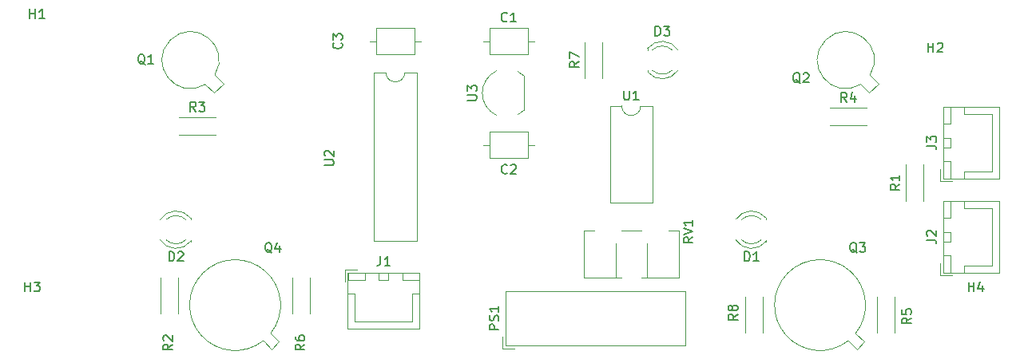
<source format=gto>
%TF.GenerationSoftware,KiCad,Pcbnew,(7.0.0)*%
%TF.CreationDate,2025-05-12T15:52:06+02:00*%
%TF.ProjectId,TP,54502e6b-6963-4616-945f-706362585858,rev?*%
%TF.SameCoordinates,Original*%
%TF.FileFunction,Legend,Top*%
%TF.FilePolarity,Positive*%
%FSLAX46Y46*%
G04 Gerber Fmt 4.6, Leading zero omitted, Abs format (unit mm)*
G04 Created by KiCad (PCBNEW (7.0.0)) date 2025-05-12 15:52:06*
%MOMM*%
%LPD*%
G01*
G04 APERTURE LIST*
%ADD10C,0.150000*%
%ADD11C,0.120000*%
G04 APERTURE END LIST*
D10*
%TO.C,U3*%
X131607380Y-84261904D02*
X132416904Y-84261904D01*
X132416904Y-84261904D02*
X132512142Y-84214285D01*
X132512142Y-84214285D02*
X132559761Y-84166666D01*
X132559761Y-84166666D02*
X132607380Y-84071428D01*
X132607380Y-84071428D02*
X132607380Y-83880952D01*
X132607380Y-83880952D02*
X132559761Y-83785714D01*
X132559761Y-83785714D02*
X132512142Y-83738095D01*
X132512142Y-83738095D02*
X132416904Y-83690476D01*
X132416904Y-83690476D02*
X131607380Y-83690476D01*
X131607380Y-83309523D02*
X131607380Y-82690476D01*
X131607380Y-82690476D02*
X131988333Y-83023809D01*
X131988333Y-83023809D02*
X131988333Y-82880952D01*
X131988333Y-82880952D02*
X132035952Y-82785714D01*
X132035952Y-82785714D02*
X132083571Y-82738095D01*
X132083571Y-82738095D02*
X132178809Y-82690476D01*
X132178809Y-82690476D02*
X132416904Y-82690476D01*
X132416904Y-82690476D02*
X132512142Y-82738095D01*
X132512142Y-82738095D02*
X132559761Y-82785714D01*
X132559761Y-82785714D02*
X132607380Y-82880952D01*
X132607380Y-82880952D02*
X132607380Y-83166666D01*
X132607380Y-83166666D02*
X132559761Y-83261904D01*
X132559761Y-83261904D02*
X132512142Y-83309523D01*
%TO.C,RV1*%
X155517380Y-98795238D02*
X155041190Y-99128571D01*
X155517380Y-99366666D02*
X154517380Y-99366666D01*
X154517380Y-99366666D02*
X154517380Y-98985714D01*
X154517380Y-98985714D02*
X154565000Y-98890476D01*
X154565000Y-98890476D02*
X154612619Y-98842857D01*
X154612619Y-98842857D02*
X154707857Y-98795238D01*
X154707857Y-98795238D02*
X154850714Y-98795238D01*
X154850714Y-98795238D02*
X154945952Y-98842857D01*
X154945952Y-98842857D02*
X154993571Y-98890476D01*
X154993571Y-98890476D02*
X155041190Y-98985714D01*
X155041190Y-98985714D02*
X155041190Y-99366666D01*
X154517380Y-98509523D02*
X155517380Y-98176190D01*
X155517380Y-98176190D02*
X154517380Y-97842857D01*
X155517380Y-96985714D02*
X155517380Y-97557142D01*
X155517380Y-97271428D02*
X154517380Y-97271428D01*
X154517380Y-97271428D02*
X154660238Y-97366666D01*
X154660238Y-97366666D02*
X154755476Y-97461904D01*
X154755476Y-97461904D02*
X154803095Y-97557142D01*
%TO.C,U1*%
X148223095Y-83237380D02*
X148223095Y-84046904D01*
X148223095Y-84046904D02*
X148270714Y-84142142D01*
X148270714Y-84142142D02*
X148318333Y-84189761D01*
X148318333Y-84189761D02*
X148413571Y-84237380D01*
X148413571Y-84237380D02*
X148604047Y-84237380D01*
X148604047Y-84237380D02*
X148699285Y-84189761D01*
X148699285Y-84189761D02*
X148746904Y-84142142D01*
X148746904Y-84142142D02*
X148794523Y-84046904D01*
X148794523Y-84046904D02*
X148794523Y-83237380D01*
X149794523Y-84237380D02*
X149223095Y-84237380D01*
X149508809Y-84237380D02*
X149508809Y-83237380D01*
X149508809Y-83237380D02*
X149413571Y-83380238D01*
X149413571Y-83380238D02*
X149318333Y-83475476D01*
X149318333Y-83475476D02*
X149223095Y-83523095D01*
%TO.C,Q1*%
X97444761Y-80462619D02*
X97349523Y-80415000D01*
X97349523Y-80415000D02*
X97254285Y-80319761D01*
X97254285Y-80319761D02*
X97111428Y-80176904D01*
X97111428Y-80176904D02*
X97016190Y-80129285D01*
X97016190Y-80129285D02*
X96920952Y-80129285D01*
X96968571Y-80367380D02*
X96873333Y-80319761D01*
X96873333Y-80319761D02*
X96778095Y-80224523D01*
X96778095Y-80224523D02*
X96730476Y-80034047D01*
X96730476Y-80034047D02*
X96730476Y-79700714D01*
X96730476Y-79700714D02*
X96778095Y-79510238D01*
X96778095Y-79510238D02*
X96873333Y-79415000D01*
X96873333Y-79415000D02*
X96968571Y-79367380D01*
X96968571Y-79367380D02*
X97159047Y-79367380D01*
X97159047Y-79367380D02*
X97254285Y-79415000D01*
X97254285Y-79415000D02*
X97349523Y-79510238D01*
X97349523Y-79510238D02*
X97397142Y-79700714D01*
X97397142Y-79700714D02*
X97397142Y-80034047D01*
X97397142Y-80034047D02*
X97349523Y-80224523D01*
X97349523Y-80224523D02*
X97254285Y-80319761D01*
X97254285Y-80319761D02*
X97159047Y-80367380D01*
X97159047Y-80367380D02*
X96968571Y-80367380D01*
X98349523Y-80367380D02*
X97778095Y-80367380D01*
X98063809Y-80367380D02*
X98063809Y-79367380D01*
X98063809Y-79367380D02*
X97968571Y-79510238D01*
X97968571Y-79510238D02*
X97873333Y-79605476D01*
X97873333Y-79605476D02*
X97778095Y-79653095D01*
%TO.C,J3*%
X180317380Y-89083333D02*
X181031666Y-89083333D01*
X181031666Y-89083333D02*
X181174523Y-89130952D01*
X181174523Y-89130952D02*
X181269761Y-89226190D01*
X181269761Y-89226190D02*
X181317380Y-89369047D01*
X181317380Y-89369047D02*
X181317380Y-89464285D01*
X180317380Y-88702380D02*
X180317380Y-88083333D01*
X180317380Y-88083333D02*
X180698333Y-88416666D01*
X180698333Y-88416666D02*
X180698333Y-88273809D01*
X180698333Y-88273809D02*
X180745952Y-88178571D01*
X180745952Y-88178571D02*
X180793571Y-88130952D01*
X180793571Y-88130952D02*
X180888809Y-88083333D01*
X180888809Y-88083333D02*
X181126904Y-88083333D01*
X181126904Y-88083333D02*
X181222142Y-88130952D01*
X181222142Y-88130952D02*
X181269761Y-88178571D01*
X181269761Y-88178571D02*
X181317380Y-88273809D01*
X181317380Y-88273809D02*
X181317380Y-88559523D01*
X181317380Y-88559523D02*
X181269761Y-88654761D01*
X181269761Y-88654761D02*
X181222142Y-88702380D01*
%TO.C,R3*%
X102833333Y-85447380D02*
X102500000Y-84971190D01*
X102261905Y-85447380D02*
X102261905Y-84447380D01*
X102261905Y-84447380D02*
X102642857Y-84447380D01*
X102642857Y-84447380D02*
X102738095Y-84495000D01*
X102738095Y-84495000D02*
X102785714Y-84542619D01*
X102785714Y-84542619D02*
X102833333Y-84637857D01*
X102833333Y-84637857D02*
X102833333Y-84780714D01*
X102833333Y-84780714D02*
X102785714Y-84875952D01*
X102785714Y-84875952D02*
X102738095Y-84923571D01*
X102738095Y-84923571D02*
X102642857Y-84971190D01*
X102642857Y-84971190D02*
X102261905Y-84971190D01*
X103166667Y-84447380D02*
X103785714Y-84447380D01*
X103785714Y-84447380D02*
X103452381Y-84828333D01*
X103452381Y-84828333D02*
X103595238Y-84828333D01*
X103595238Y-84828333D02*
X103690476Y-84875952D01*
X103690476Y-84875952D02*
X103738095Y-84923571D01*
X103738095Y-84923571D02*
X103785714Y-85018809D01*
X103785714Y-85018809D02*
X103785714Y-85256904D01*
X103785714Y-85256904D02*
X103738095Y-85352142D01*
X103738095Y-85352142D02*
X103690476Y-85399761D01*
X103690476Y-85399761D02*
X103595238Y-85447380D01*
X103595238Y-85447380D02*
X103309524Y-85447380D01*
X103309524Y-85447380D02*
X103214286Y-85399761D01*
X103214286Y-85399761D02*
X103166667Y-85352142D01*
%TO.C,R8*%
X160267380Y-106966666D02*
X159791190Y-107299999D01*
X160267380Y-107538094D02*
X159267380Y-107538094D01*
X159267380Y-107538094D02*
X159267380Y-107157142D01*
X159267380Y-107157142D02*
X159315000Y-107061904D01*
X159315000Y-107061904D02*
X159362619Y-107014285D01*
X159362619Y-107014285D02*
X159457857Y-106966666D01*
X159457857Y-106966666D02*
X159600714Y-106966666D01*
X159600714Y-106966666D02*
X159695952Y-107014285D01*
X159695952Y-107014285D02*
X159743571Y-107061904D01*
X159743571Y-107061904D02*
X159791190Y-107157142D01*
X159791190Y-107157142D02*
X159791190Y-107538094D01*
X159695952Y-106395237D02*
X159648333Y-106490475D01*
X159648333Y-106490475D02*
X159600714Y-106538094D01*
X159600714Y-106538094D02*
X159505476Y-106585713D01*
X159505476Y-106585713D02*
X159457857Y-106585713D01*
X159457857Y-106585713D02*
X159362619Y-106538094D01*
X159362619Y-106538094D02*
X159315000Y-106490475D01*
X159315000Y-106490475D02*
X159267380Y-106395237D01*
X159267380Y-106395237D02*
X159267380Y-106204761D01*
X159267380Y-106204761D02*
X159315000Y-106109523D01*
X159315000Y-106109523D02*
X159362619Y-106061904D01*
X159362619Y-106061904D02*
X159457857Y-106014285D01*
X159457857Y-106014285D02*
X159505476Y-106014285D01*
X159505476Y-106014285D02*
X159600714Y-106061904D01*
X159600714Y-106061904D02*
X159648333Y-106109523D01*
X159648333Y-106109523D02*
X159695952Y-106204761D01*
X159695952Y-106204761D02*
X159695952Y-106395237D01*
X159695952Y-106395237D02*
X159743571Y-106490475D01*
X159743571Y-106490475D02*
X159791190Y-106538094D01*
X159791190Y-106538094D02*
X159886428Y-106585713D01*
X159886428Y-106585713D02*
X160076904Y-106585713D01*
X160076904Y-106585713D02*
X160172142Y-106538094D01*
X160172142Y-106538094D02*
X160219761Y-106490475D01*
X160219761Y-106490475D02*
X160267380Y-106395237D01*
X160267380Y-106395237D02*
X160267380Y-106204761D01*
X160267380Y-106204761D02*
X160219761Y-106109523D01*
X160219761Y-106109523D02*
X160172142Y-106061904D01*
X160172142Y-106061904D02*
X160076904Y-106014285D01*
X160076904Y-106014285D02*
X159886428Y-106014285D01*
X159886428Y-106014285D02*
X159791190Y-106061904D01*
X159791190Y-106061904D02*
X159743571Y-106109523D01*
X159743571Y-106109523D02*
X159695952Y-106204761D01*
%TO.C,D3*%
X151531905Y-77407380D02*
X151531905Y-76407380D01*
X151531905Y-76407380D02*
X151770000Y-76407380D01*
X151770000Y-76407380D02*
X151912857Y-76455000D01*
X151912857Y-76455000D02*
X152008095Y-76550238D01*
X152008095Y-76550238D02*
X152055714Y-76645476D01*
X152055714Y-76645476D02*
X152103333Y-76835952D01*
X152103333Y-76835952D02*
X152103333Y-76978809D01*
X152103333Y-76978809D02*
X152055714Y-77169285D01*
X152055714Y-77169285D02*
X152008095Y-77264523D01*
X152008095Y-77264523D02*
X151912857Y-77359761D01*
X151912857Y-77359761D02*
X151770000Y-77407380D01*
X151770000Y-77407380D02*
X151531905Y-77407380D01*
X152436667Y-76407380D02*
X153055714Y-76407380D01*
X153055714Y-76407380D02*
X152722381Y-76788333D01*
X152722381Y-76788333D02*
X152865238Y-76788333D01*
X152865238Y-76788333D02*
X152960476Y-76835952D01*
X152960476Y-76835952D02*
X153008095Y-76883571D01*
X153008095Y-76883571D02*
X153055714Y-76978809D01*
X153055714Y-76978809D02*
X153055714Y-77216904D01*
X153055714Y-77216904D02*
X153008095Y-77312142D01*
X153008095Y-77312142D02*
X152960476Y-77359761D01*
X152960476Y-77359761D02*
X152865238Y-77407380D01*
X152865238Y-77407380D02*
X152579524Y-77407380D01*
X152579524Y-77407380D02*
X152484286Y-77359761D01*
X152484286Y-77359761D02*
X152436667Y-77312142D01*
%TO.C,D2*%
X99991905Y-101327380D02*
X99991905Y-100327380D01*
X99991905Y-100327380D02*
X100230000Y-100327380D01*
X100230000Y-100327380D02*
X100372857Y-100375000D01*
X100372857Y-100375000D02*
X100468095Y-100470238D01*
X100468095Y-100470238D02*
X100515714Y-100565476D01*
X100515714Y-100565476D02*
X100563333Y-100755952D01*
X100563333Y-100755952D02*
X100563333Y-100898809D01*
X100563333Y-100898809D02*
X100515714Y-101089285D01*
X100515714Y-101089285D02*
X100468095Y-101184523D01*
X100468095Y-101184523D02*
X100372857Y-101279761D01*
X100372857Y-101279761D02*
X100230000Y-101327380D01*
X100230000Y-101327380D02*
X99991905Y-101327380D01*
X100944286Y-100422619D02*
X100991905Y-100375000D01*
X100991905Y-100375000D02*
X101087143Y-100327380D01*
X101087143Y-100327380D02*
X101325238Y-100327380D01*
X101325238Y-100327380D02*
X101420476Y-100375000D01*
X101420476Y-100375000D02*
X101468095Y-100422619D01*
X101468095Y-100422619D02*
X101515714Y-100517857D01*
X101515714Y-100517857D02*
X101515714Y-100613095D01*
X101515714Y-100613095D02*
X101468095Y-100755952D01*
X101468095Y-100755952D02*
X100896667Y-101327380D01*
X100896667Y-101327380D02*
X101515714Y-101327380D01*
%TO.C,Q2*%
X166904761Y-82462619D02*
X166809523Y-82415000D01*
X166809523Y-82415000D02*
X166714285Y-82319761D01*
X166714285Y-82319761D02*
X166571428Y-82176904D01*
X166571428Y-82176904D02*
X166476190Y-82129285D01*
X166476190Y-82129285D02*
X166380952Y-82129285D01*
X166428571Y-82367380D02*
X166333333Y-82319761D01*
X166333333Y-82319761D02*
X166238095Y-82224523D01*
X166238095Y-82224523D02*
X166190476Y-82034047D01*
X166190476Y-82034047D02*
X166190476Y-81700714D01*
X166190476Y-81700714D02*
X166238095Y-81510238D01*
X166238095Y-81510238D02*
X166333333Y-81415000D01*
X166333333Y-81415000D02*
X166428571Y-81367380D01*
X166428571Y-81367380D02*
X166619047Y-81367380D01*
X166619047Y-81367380D02*
X166714285Y-81415000D01*
X166714285Y-81415000D02*
X166809523Y-81510238D01*
X166809523Y-81510238D02*
X166857142Y-81700714D01*
X166857142Y-81700714D02*
X166857142Y-82034047D01*
X166857142Y-82034047D02*
X166809523Y-82224523D01*
X166809523Y-82224523D02*
X166714285Y-82319761D01*
X166714285Y-82319761D02*
X166619047Y-82367380D01*
X166619047Y-82367380D02*
X166428571Y-82367380D01*
X167238095Y-81462619D02*
X167285714Y-81415000D01*
X167285714Y-81415000D02*
X167380952Y-81367380D01*
X167380952Y-81367380D02*
X167619047Y-81367380D01*
X167619047Y-81367380D02*
X167714285Y-81415000D01*
X167714285Y-81415000D02*
X167761904Y-81462619D01*
X167761904Y-81462619D02*
X167809523Y-81557857D01*
X167809523Y-81557857D02*
X167809523Y-81653095D01*
X167809523Y-81653095D02*
X167761904Y-81795952D01*
X167761904Y-81795952D02*
X167190476Y-82367380D01*
X167190476Y-82367380D02*
X167809523Y-82367380D01*
%TO.C,R4*%
X171833333Y-84447380D02*
X171500000Y-83971190D01*
X171261905Y-84447380D02*
X171261905Y-83447380D01*
X171261905Y-83447380D02*
X171642857Y-83447380D01*
X171642857Y-83447380D02*
X171738095Y-83495000D01*
X171738095Y-83495000D02*
X171785714Y-83542619D01*
X171785714Y-83542619D02*
X171833333Y-83637857D01*
X171833333Y-83637857D02*
X171833333Y-83780714D01*
X171833333Y-83780714D02*
X171785714Y-83875952D01*
X171785714Y-83875952D02*
X171738095Y-83923571D01*
X171738095Y-83923571D02*
X171642857Y-83971190D01*
X171642857Y-83971190D02*
X171261905Y-83971190D01*
X172690476Y-83780714D02*
X172690476Y-84447380D01*
X172452381Y-83399761D02*
X172214286Y-84114047D01*
X172214286Y-84114047D02*
X172833333Y-84114047D01*
%TO.C,C3*%
X118272142Y-78166666D02*
X118319761Y-78214285D01*
X118319761Y-78214285D02*
X118367380Y-78357142D01*
X118367380Y-78357142D02*
X118367380Y-78452380D01*
X118367380Y-78452380D02*
X118319761Y-78595237D01*
X118319761Y-78595237D02*
X118224523Y-78690475D01*
X118224523Y-78690475D02*
X118129285Y-78738094D01*
X118129285Y-78738094D02*
X117938809Y-78785713D01*
X117938809Y-78785713D02*
X117795952Y-78785713D01*
X117795952Y-78785713D02*
X117605476Y-78738094D01*
X117605476Y-78738094D02*
X117510238Y-78690475D01*
X117510238Y-78690475D02*
X117415000Y-78595237D01*
X117415000Y-78595237D02*
X117367380Y-78452380D01*
X117367380Y-78452380D02*
X117367380Y-78357142D01*
X117367380Y-78357142D02*
X117415000Y-78214285D01*
X117415000Y-78214285D02*
X117462619Y-78166666D01*
X117367380Y-77833332D02*
X117367380Y-77214285D01*
X117367380Y-77214285D02*
X117748333Y-77547618D01*
X117748333Y-77547618D02*
X117748333Y-77404761D01*
X117748333Y-77404761D02*
X117795952Y-77309523D01*
X117795952Y-77309523D02*
X117843571Y-77261904D01*
X117843571Y-77261904D02*
X117938809Y-77214285D01*
X117938809Y-77214285D02*
X118176904Y-77214285D01*
X118176904Y-77214285D02*
X118272142Y-77261904D01*
X118272142Y-77261904D02*
X118319761Y-77309523D01*
X118319761Y-77309523D02*
X118367380Y-77404761D01*
X118367380Y-77404761D02*
X118367380Y-77690475D01*
X118367380Y-77690475D02*
X118319761Y-77785713D01*
X118319761Y-77785713D02*
X118272142Y-77833332D01*
%TO.C,H1*%
X85238095Y-75567380D02*
X85238095Y-74567380D01*
X85238095Y-75043571D02*
X85809523Y-75043571D01*
X85809523Y-75567380D02*
X85809523Y-74567380D01*
X86809523Y-75567380D02*
X86238095Y-75567380D01*
X86523809Y-75567380D02*
X86523809Y-74567380D01*
X86523809Y-74567380D02*
X86428571Y-74710238D01*
X86428571Y-74710238D02*
X86333333Y-74805476D01*
X86333333Y-74805476D02*
X86238095Y-74853095D01*
%TO.C,R2*%
X100367380Y-110166666D02*
X99891190Y-110499999D01*
X100367380Y-110738094D02*
X99367380Y-110738094D01*
X99367380Y-110738094D02*
X99367380Y-110357142D01*
X99367380Y-110357142D02*
X99415000Y-110261904D01*
X99415000Y-110261904D02*
X99462619Y-110214285D01*
X99462619Y-110214285D02*
X99557857Y-110166666D01*
X99557857Y-110166666D02*
X99700714Y-110166666D01*
X99700714Y-110166666D02*
X99795952Y-110214285D01*
X99795952Y-110214285D02*
X99843571Y-110261904D01*
X99843571Y-110261904D02*
X99891190Y-110357142D01*
X99891190Y-110357142D02*
X99891190Y-110738094D01*
X99462619Y-109785713D02*
X99415000Y-109738094D01*
X99415000Y-109738094D02*
X99367380Y-109642856D01*
X99367380Y-109642856D02*
X99367380Y-109404761D01*
X99367380Y-109404761D02*
X99415000Y-109309523D01*
X99415000Y-109309523D02*
X99462619Y-109261904D01*
X99462619Y-109261904D02*
X99557857Y-109214285D01*
X99557857Y-109214285D02*
X99653095Y-109214285D01*
X99653095Y-109214285D02*
X99795952Y-109261904D01*
X99795952Y-109261904D02*
X100367380Y-109833332D01*
X100367380Y-109833332D02*
X100367380Y-109214285D01*
%TO.C,U2*%
X116467380Y-91161904D02*
X117276904Y-91161904D01*
X117276904Y-91161904D02*
X117372142Y-91114285D01*
X117372142Y-91114285D02*
X117419761Y-91066666D01*
X117419761Y-91066666D02*
X117467380Y-90971428D01*
X117467380Y-90971428D02*
X117467380Y-90780952D01*
X117467380Y-90780952D02*
X117419761Y-90685714D01*
X117419761Y-90685714D02*
X117372142Y-90638095D01*
X117372142Y-90638095D02*
X117276904Y-90590476D01*
X117276904Y-90590476D02*
X116467380Y-90590476D01*
X116562619Y-90161904D02*
X116515000Y-90114285D01*
X116515000Y-90114285D02*
X116467380Y-90019047D01*
X116467380Y-90019047D02*
X116467380Y-89780952D01*
X116467380Y-89780952D02*
X116515000Y-89685714D01*
X116515000Y-89685714D02*
X116562619Y-89638095D01*
X116562619Y-89638095D02*
X116657857Y-89590476D01*
X116657857Y-89590476D02*
X116753095Y-89590476D01*
X116753095Y-89590476D02*
X116895952Y-89638095D01*
X116895952Y-89638095D02*
X117467380Y-90209523D01*
X117467380Y-90209523D02*
X117467380Y-89590476D01*
%TO.C,C2*%
X135833333Y-91972142D02*
X135785714Y-92019761D01*
X135785714Y-92019761D02*
X135642857Y-92067380D01*
X135642857Y-92067380D02*
X135547619Y-92067380D01*
X135547619Y-92067380D02*
X135404762Y-92019761D01*
X135404762Y-92019761D02*
X135309524Y-91924523D01*
X135309524Y-91924523D02*
X135261905Y-91829285D01*
X135261905Y-91829285D02*
X135214286Y-91638809D01*
X135214286Y-91638809D02*
X135214286Y-91495952D01*
X135214286Y-91495952D02*
X135261905Y-91305476D01*
X135261905Y-91305476D02*
X135309524Y-91210238D01*
X135309524Y-91210238D02*
X135404762Y-91115000D01*
X135404762Y-91115000D02*
X135547619Y-91067380D01*
X135547619Y-91067380D02*
X135642857Y-91067380D01*
X135642857Y-91067380D02*
X135785714Y-91115000D01*
X135785714Y-91115000D02*
X135833333Y-91162619D01*
X136214286Y-91162619D02*
X136261905Y-91115000D01*
X136261905Y-91115000D02*
X136357143Y-91067380D01*
X136357143Y-91067380D02*
X136595238Y-91067380D01*
X136595238Y-91067380D02*
X136690476Y-91115000D01*
X136690476Y-91115000D02*
X136738095Y-91162619D01*
X136738095Y-91162619D02*
X136785714Y-91257857D01*
X136785714Y-91257857D02*
X136785714Y-91353095D01*
X136785714Y-91353095D02*
X136738095Y-91495952D01*
X136738095Y-91495952D02*
X136166667Y-92067380D01*
X136166667Y-92067380D02*
X136785714Y-92067380D01*
%TO.C,J2*%
X180317380Y-99083333D02*
X181031666Y-99083333D01*
X181031666Y-99083333D02*
X181174523Y-99130952D01*
X181174523Y-99130952D02*
X181269761Y-99226190D01*
X181269761Y-99226190D02*
X181317380Y-99369047D01*
X181317380Y-99369047D02*
X181317380Y-99464285D01*
X180412619Y-98654761D02*
X180365000Y-98607142D01*
X180365000Y-98607142D02*
X180317380Y-98511904D01*
X180317380Y-98511904D02*
X180317380Y-98273809D01*
X180317380Y-98273809D02*
X180365000Y-98178571D01*
X180365000Y-98178571D02*
X180412619Y-98130952D01*
X180412619Y-98130952D02*
X180507857Y-98083333D01*
X180507857Y-98083333D02*
X180603095Y-98083333D01*
X180603095Y-98083333D02*
X180745952Y-98130952D01*
X180745952Y-98130952D02*
X181317380Y-98702380D01*
X181317380Y-98702380D02*
X181317380Y-98083333D01*
%TO.C,R1*%
X177447380Y-93166666D02*
X176971190Y-93499999D01*
X177447380Y-93738094D02*
X176447380Y-93738094D01*
X176447380Y-93738094D02*
X176447380Y-93357142D01*
X176447380Y-93357142D02*
X176495000Y-93261904D01*
X176495000Y-93261904D02*
X176542619Y-93214285D01*
X176542619Y-93214285D02*
X176637857Y-93166666D01*
X176637857Y-93166666D02*
X176780714Y-93166666D01*
X176780714Y-93166666D02*
X176875952Y-93214285D01*
X176875952Y-93214285D02*
X176923571Y-93261904D01*
X176923571Y-93261904D02*
X176971190Y-93357142D01*
X176971190Y-93357142D02*
X176971190Y-93738094D01*
X177447380Y-92214285D02*
X177447380Y-92785713D01*
X177447380Y-92499999D02*
X176447380Y-92499999D01*
X176447380Y-92499999D02*
X176590238Y-92595237D01*
X176590238Y-92595237D02*
X176685476Y-92690475D01*
X176685476Y-92690475D02*
X176733095Y-92785713D01*
%TO.C,Q3*%
X172904761Y-100462619D02*
X172809523Y-100415000D01*
X172809523Y-100415000D02*
X172714285Y-100319761D01*
X172714285Y-100319761D02*
X172571428Y-100176904D01*
X172571428Y-100176904D02*
X172476190Y-100129285D01*
X172476190Y-100129285D02*
X172380952Y-100129285D01*
X172428571Y-100367380D02*
X172333333Y-100319761D01*
X172333333Y-100319761D02*
X172238095Y-100224523D01*
X172238095Y-100224523D02*
X172190476Y-100034047D01*
X172190476Y-100034047D02*
X172190476Y-99700714D01*
X172190476Y-99700714D02*
X172238095Y-99510238D01*
X172238095Y-99510238D02*
X172333333Y-99415000D01*
X172333333Y-99415000D02*
X172428571Y-99367380D01*
X172428571Y-99367380D02*
X172619047Y-99367380D01*
X172619047Y-99367380D02*
X172714285Y-99415000D01*
X172714285Y-99415000D02*
X172809523Y-99510238D01*
X172809523Y-99510238D02*
X172857142Y-99700714D01*
X172857142Y-99700714D02*
X172857142Y-100034047D01*
X172857142Y-100034047D02*
X172809523Y-100224523D01*
X172809523Y-100224523D02*
X172714285Y-100319761D01*
X172714285Y-100319761D02*
X172619047Y-100367380D01*
X172619047Y-100367380D02*
X172428571Y-100367380D01*
X173190476Y-99367380D02*
X173809523Y-99367380D01*
X173809523Y-99367380D02*
X173476190Y-99748333D01*
X173476190Y-99748333D02*
X173619047Y-99748333D01*
X173619047Y-99748333D02*
X173714285Y-99795952D01*
X173714285Y-99795952D02*
X173761904Y-99843571D01*
X173761904Y-99843571D02*
X173809523Y-99938809D01*
X173809523Y-99938809D02*
X173809523Y-100176904D01*
X173809523Y-100176904D02*
X173761904Y-100272142D01*
X173761904Y-100272142D02*
X173714285Y-100319761D01*
X173714285Y-100319761D02*
X173619047Y-100367380D01*
X173619047Y-100367380D02*
X173333333Y-100367380D01*
X173333333Y-100367380D02*
X173238095Y-100319761D01*
X173238095Y-100319761D02*
X173190476Y-100272142D01*
%TO.C,Q4*%
X110904761Y-100462619D02*
X110809523Y-100415000D01*
X110809523Y-100415000D02*
X110714285Y-100319761D01*
X110714285Y-100319761D02*
X110571428Y-100176904D01*
X110571428Y-100176904D02*
X110476190Y-100129285D01*
X110476190Y-100129285D02*
X110380952Y-100129285D01*
X110428571Y-100367380D02*
X110333333Y-100319761D01*
X110333333Y-100319761D02*
X110238095Y-100224523D01*
X110238095Y-100224523D02*
X110190476Y-100034047D01*
X110190476Y-100034047D02*
X110190476Y-99700714D01*
X110190476Y-99700714D02*
X110238095Y-99510238D01*
X110238095Y-99510238D02*
X110333333Y-99415000D01*
X110333333Y-99415000D02*
X110428571Y-99367380D01*
X110428571Y-99367380D02*
X110619047Y-99367380D01*
X110619047Y-99367380D02*
X110714285Y-99415000D01*
X110714285Y-99415000D02*
X110809523Y-99510238D01*
X110809523Y-99510238D02*
X110857142Y-99700714D01*
X110857142Y-99700714D02*
X110857142Y-100034047D01*
X110857142Y-100034047D02*
X110809523Y-100224523D01*
X110809523Y-100224523D02*
X110714285Y-100319761D01*
X110714285Y-100319761D02*
X110619047Y-100367380D01*
X110619047Y-100367380D02*
X110428571Y-100367380D01*
X111714285Y-99700714D02*
X111714285Y-100367380D01*
X111476190Y-99319761D02*
X111238095Y-100034047D01*
X111238095Y-100034047D02*
X111857142Y-100034047D01*
%TO.C,H2*%
X180438095Y-79167380D02*
X180438095Y-78167380D01*
X180438095Y-78643571D02*
X181009523Y-78643571D01*
X181009523Y-79167380D02*
X181009523Y-78167380D01*
X181438095Y-78262619D02*
X181485714Y-78215000D01*
X181485714Y-78215000D02*
X181580952Y-78167380D01*
X181580952Y-78167380D02*
X181819047Y-78167380D01*
X181819047Y-78167380D02*
X181914285Y-78215000D01*
X181914285Y-78215000D02*
X181961904Y-78262619D01*
X181961904Y-78262619D02*
X182009523Y-78357857D01*
X182009523Y-78357857D02*
X182009523Y-78453095D01*
X182009523Y-78453095D02*
X181961904Y-78595952D01*
X181961904Y-78595952D02*
X181390476Y-79167380D01*
X181390476Y-79167380D02*
X182009523Y-79167380D01*
%TO.C,R6*%
X114367380Y-110166666D02*
X113891190Y-110499999D01*
X114367380Y-110738094D02*
X113367380Y-110738094D01*
X113367380Y-110738094D02*
X113367380Y-110357142D01*
X113367380Y-110357142D02*
X113415000Y-110261904D01*
X113415000Y-110261904D02*
X113462619Y-110214285D01*
X113462619Y-110214285D02*
X113557857Y-110166666D01*
X113557857Y-110166666D02*
X113700714Y-110166666D01*
X113700714Y-110166666D02*
X113795952Y-110214285D01*
X113795952Y-110214285D02*
X113843571Y-110261904D01*
X113843571Y-110261904D02*
X113891190Y-110357142D01*
X113891190Y-110357142D02*
X113891190Y-110738094D01*
X113367380Y-109309523D02*
X113367380Y-109499999D01*
X113367380Y-109499999D02*
X113415000Y-109595237D01*
X113415000Y-109595237D02*
X113462619Y-109642856D01*
X113462619Y-109642856D02*
X113605476Y-109738094D01*
X113605476Y-109738094D02*
X113795952Y-109785713D01*
X113795952Y-109785713D02*
X114176904Y-109785713D01*
X114176904Y-109785713D02*
X114272142Y-109738094D01*
X114272142Y-109738094D02*
X114319761Y-109690475D01*
X114319761Y-109690475D02*
X114367380Y-109595237D01*
X114367380Y-109595237D02*
X114367380Y-109404761D01*
X114367380Y-109404761D02*
X114319761Y-109309523D01*
X114319761Y-109309523D02*
X114272142Y-109261904D01*
X114272142Y-109261904D02*
X114176904Y-109214285D01*
X114176904Y-109214285D02*
X113938809Y-109214285D01*
X113938809Y-109214285D02*
X113843571Y-109261904D01*
X113843571Y-109261904D02*
X113795952Y-109309523D01*
X113795952Y-109309523D02*
X113748333Y-109404761D01*
X113748333Y-109404761D02*
X113748333Y-109595237D01*
X113748333Y-109595237D02*
X113795952Y-109690475D01*
X113795952Y-109690475D02*
X113843571Y-109738094D01*
X113843571Y-109738094D02*
X113938809Y-109785713D01*
%TO.C,H3*%
X84738095Y-104567380D02*
X84738095Y-103567380D01*
X84738095Y-104043571D02*
X85309523Y-104043571D01*
X85309523Y-104567380D02*
X85309523Y-103567380D01*
X85690476Y-103567380D02*
X86309523Y-103567380D01*
X86309523Y-103567380D02*
X85976190Y-103948333D01*
X85976190Y-103948333D02*
X86119047Y-103948333D01*
X86119047Y-103948333D02*
X86214285Y-103995952D01*
X86214285Y-103995952D02*
X86261904Y-104043571D01*
X86261904Y-104043571D02*
X86309523Y-104138809D01*
X86309523Y-104138809D02*
X86309523Y-104376904D01*
X86309523Y-104376904D02*
X86261904Y-104472142D01*
X86261904Y-104472142D02*
X86214285Y-104519761D01*
X86214285Y-104519761D02*
X86119047Y-104567380D01*
X86119047Y-104567380D02*
X85833333Y-104567380D01*
X85833333Y-104567380D02*
X85738095Y-104519761D01*
X85738095Y-104519761D02*
X85690476Y-104472142D01*
%TO.C,J1*%
X122416666Y-100817380D02*
X122416666Y-101531666D01*
X122416666Y-101531666D02*
X122369047Y-101674523D01*
X122369047Y-101674523D02*
X122273809Y-101769761D01*
X122273809Y-101769761D02*
X122130952Y-101817380D01*
X122130952Y-101817380D02*
X122035714Y-101817380D01*
X123416666Y-101817380D02*
X122845238Y-101817380D01*
X123130952Y-101817380D02*
X123130952Y-100817380D01*
X123130952Y-100817380D02*
X123035714Y-100960238D01*
X123035714Y-100960238D02*
X122940476Y-101055476D01*
X122940476Y-101055476D02*
X122845238Y-101103095D01*
%TO.C,R5*%
X178667380Y-107366666D02*
X178191190Y-107699999D01*
X178667380Y-107938094D02*
X177667380Y-107938094D01*
X177667380Y-107938094D02*
X177667380Y-107557142D01*
X177667380Y-107557142D02*
X177715000Y-107461904D01*
X177715000Y-107461904D02*
X177762619Y-107414285D01*
X177762619Y-107414285D02*
X177857857Y-107366666D01*
X177857857Y-107366666D02*
X178000714Y-107366666D01*
X178000714Y-107366666D02*
X178095952Y-107414285D01*
X178095952Y-107414285D02*
X178143571Y-107461904D01*
X178143571Y-107461904D02*
X178191190Y-107557142D01*
X178191190Y-107557142D02*
X178191190Y-107938094D01*
X177667380Y-106461904D02*
X177667380Y-106938094D01*
X177667380Y-106938094D02*
X178143571Y-106985713D01*
X178143571Y-106985713D02*
X178095952Y-106938094D01*
X178095952Y-106938094D02*
X178048333Y-106842856D01*
X178048333Y-106842856D02*
X178048333Y-106604761D01*
X178048333Y-106604761D02*
X178095952Y-106509523D01*
X178095952Y-106509523D02*
X178143571Y-106461904D01*
X178143571Y-106461904D02*
X178238809Y-106414285D01*
X178238809Y-106414285D02*
X178476904Y-106414285D01*
X178476904Y-106414285D02*
X178572142Y-106461904D01*
X178572142Y-106461904D02*
X178619761Y-106509523D01*
X178619761Y-106509523D02*
X178667380Y-106604761D01*
X178667380Y-106604761D02*
X178667380Y-106842856D01*
X178667380Y-106842856D02*
X178619761Y-106938094D01*
X178619761Y-106938094D02*
X178572142Y-106985713D01*
%TO.C,PS1*%
X134937380Y-108604285D02*
X133937380Y-108604285D01*
X133937380Y-108604285D02*
X133937380Y-108223333D01*
X133937380Y-108223333D02*
X133985000Y-108128095D01*
X133985000Y-108128095D02*
X134032619Y-108080476D01*
X134032619Y-108080476D02*
X134127857Y-108032857D01*
X134127857Y-108032857D02*
X134270714Y-108032857D01*
X134270714Y-108032857D02*
X134365952Y-108080476D01*
X134365952Y-108080476D02*
X134413571Y-108128095D01*
X134413571Y-108128095D02*
X134461190Y-108223333D01*
X134461190Y-108223333D02*
X134461190Y-108604285D01*
X134889761Y-107651904D02*
X134937380Y-107509047D01*
X134937380Y-107509047D02*
X134937380Y-107270952D01*
X134937380Y-107270952D02*
X134889761Y-107175714D01*
X134889761Y-107175714D02*
X134842142Y-107128095D01*
X134842142Y-107128095D02*
X134746904Y-107080476D01*
X134746904Y-107080476D02*
X134651666Y-107080476D01*
X134651666Y-107080476D02*
X134556428Y-107128095D01*
X134556428Y-107128095D02*
X134508809Y-107175714D01*
X134508809Y-107175714D02*
X134461190Y-107270952D01*
X134461190Y-107270952D02*
X134413571Y-107461428D01*
X134413571Y-107461428D02*
X134365952Y-107556666D01*
X134365952Y-107556666D02*
X134318333Y-107604285D01*
X134318333Y-107604285D02*
X134223095Y-107651904D01*
X134223095Y-107651904D02*
X134127857Y-107651904D01*
X134127857Y-107651904D02*
X134032619Y-107604285D01*
X134032619Y-107604285D02*
X133985000Y-107556666D01*
X133985000Y-107556666D02*
X133937380Y-107461428D01*
X133937380Y-107461428D02*
X133937380Y-107223333D01*
X133937380Y-107223333D02*
X133985000Y-107080476D01*
X134937380Y-106128095D02*
X134937380Y-106699523D01*
X134937380Y-106413809D02*
X133937380Y-106413809D01*
X133937380Y-106413809D02*
X134080238Y-106509047D01*
X134080238Y-106509047D02*
X134175476Y-106604285D01*
X134175476Y-106604285D02*
X134223095Y-106699523D01*
%TO.C,C1*%
X135833333Y-75852142D02*
X135785714Y-75899761D01*
X135785714Y-75899761D02*
X135642857Y-75947380D01*
X135642857Y-75947380D02*
X135547619Y-75947380D01*
X135547619Y-75947380D02*
X135404762Y-75899761D01*
X135404762Y-75899761D02*
X135309524Y-75804523D01*
X135309524Y-75804523D02*
X135261905Y-75709285D01*
X135261905Y-75709285D02*
X135214286Y-75518809D01*
X135214286Y-75518809D02*
X135214286Y-75375952D01*
X135214286Y-75375952D02*
X135261905Y-75185476D01*
X135261905Y-75185476D02*
X135309524Y-75090238D01*
X135309524Y-75090238D02*
X135404762Y-74995000D01*
X135404762Y-74995000D02*
X135547619Y-74947380D01*
X135547619Y-74947380D02*
X135642857Y-74947380D01*
X135642857Y-74947380D02*
X135785714Y-74995000D01*
X135785714Y-74995000D02*
X135833333Y-75042619D01*
X136785714Y-75947380D02*
X136214286Y-75947380D01*
X136500000Y-75947380D02*
X136500000Y-74947380D01*
X136500000Y-74947380D02*
X136404762Y-75090238D01*
X136404762Y-75090238D02*
X136309524Y-75185476D01*
X136309524Y-75185476D02*
X136214286Y-75233095D01*
%TO.C,R7*%
X143447380Y-80166666D02*
X142971190Y-80499999D01*
X143447380Y-80738094D02*
X142447380Y-80738094D01*
X142447380Y-80738094D02*
X142447380Y-80357142D01*
X142447380Y-80357142D02*
X142495000Y-80261904D01*
X142495000Y-80261904D02*
X142542619Y-80214285D01*
X142542619Y-80214285D02*
X142637857Y-80166666D01*
X142637857Y-80166666D02*
X142780714Y-80166666D01*
X142780714Y-80166666D02*
X142875952Y-80214285D01*
X142875952Y-80214285D02*
X142923571Y-80261904D01*
X142923571Y-80261904D02*
X142971190Y-80357142D01*
X142971190Y-80357142D02*
X142971190Y-80738094D01*
X142447380Y-79833332D02*
X142447380Y-79166666D01*
X142447380Y-79166666D02*
X143447380Y-79595237D01*
%TO.C,H4*%
X184738095Y-104567380D02*
X184738095Y-103567380D01*
X184738095Y-104043571D02*
X185309523Y-104043571D01*
X185309523Y-104567380D02*
X185309523Y-103567380D01*
X186214285Y-103900714D02*
X186214285Y-104567380D01*
X185976190Y-103519761D02*
X185738095Y-104234047D01*
X185738095Y-104234047D02*
X186357142Y-104234047D01*
%TO.C,D1*%
X160991905Y-101327380D02*
X160991905Y-100327380D01*
X160991905Y-100327380D02*
X161230000Y-100327380D01*
X161230000Y-100327380D02*
X161372857Y-100375000D01*
X161372857Y-100375000D02*
X161468095Y-100470238D01*
X161468095Y-100470238D02*
X161515714Y-100565476D01*
X161515714Y-100565476D02*
X161563333Y-100755952D01*
X161563333Y-100755952D02*
X161563333Y-100898809D01*
X161563333Y-100898809D02*
X161515714Y-101089285D01*
X161515714Y-101089285D02*
X161468095Y-101184523D01*
X161468095Y-101184523D02*
X161372857Y-101279761D01*
X161372857Y-101279761D02*
X161230000Y-101327380D01*
X161230000Y-101327380D02*
X160991905Y-101327380D01*
X162515714Y-101327380D02*
X161944286Y-101327380D01*
X162230000Y-101327380D02*
X162230000Y-100327380D01*
X162230000Y-100327380D02*
X162134762Y-100470238D01*
X162134762Y-100470238D02*
X162039524Y-100565476D01*
X162039524Y-100565476D02*
X161944286Y-100613095D01*
D11*
%TO.C,U3*%
X137650000Y-85300000D02*
X137650000Y-81700000D01*
X134701193Y-81143600D02*
G75*
G03*
X133200000Y-83500000I1098807J-2356400D01*
G01*
X133200001Y-83500000D02*
G75*
G03*
X134701193Y-85856399I2599999J0D01*
G01*
X136922795Y-85824183D02*
G75*
G03*
X137649999Y-85299999I-1122795J2324183D01*
G01*
X137649999Y-81700001D02*
G75*
G03*
X136922795Y-81175817I-1849999J-1799999D01*
G01*
%TO.C,RV1*%
X154021000Y-98079000D02*
X152926000Y-98079000D01*
X154021000Y-98079000D02*
X154021000Y-103120000D01*
X150074000Y-98079000D02*
X147925000Y-98079000D01*
X150074000Y-98079000D02*
X147925000Y-98079000D01*
X145075000Y-98079000D02*
X143980000Y-98079000D01*
X143980000Y-98079000D02*
X143980000Y-103120000D01*
X150620000Y-99437000D02*
X150620000Y-103120000D01*
X147380000Y-99437000D02*
X147380000Y-103120000D01*
X154021000Y-103120000D02*
X150072000Y-103120000D01*
X150620000Y-103120000D02*
X150072000Y-103120000D01*
X147927000Y-103120000D02*
X147380000Y-103120000D01*
X147927000Y-103120000D02*
X143980000Y-103120000D01*
%TO.C,U1*%
X146735000Y-84870000D02*
X146735000Y-95150000D01*
X146735000Y-95150000D02*
X151235000Y-95150000D01*
X147985000Y-84870000D02*
X146735000Y-84870000D01*
X151235000Y-84870000D02*
X149985000Y-84870000D01*
X151235000Y-95150000D02*
X151235000Y-84870000D01*
X147985000Y-84870000D02*
G75*
G03*
X149985000Y-84870000I1000000J0D01*
G01*
%TO.C,Q1*%
X105754448Y-82494499D02*
X104842281Y-81582331D01*
X104764499Y-83484448D02*
X105754448Y-82494499D01*
X103852331Y-82572281D02*
X104764499Y-83484448D01*
X104842150Y-81582544D02*
G75*
G03*
X103852331Y-82572281I-2572150J1582544D01*
G01*
%TO.C,J3*%
X181750000Y-92850000D02*
X183000000Y-92850000D01*
X182040000Y-92560000D02*
X188010000Y-92560000D01*
X188010000Y-92560000D02*
X188010000Y-84940000D01*
X182050000Y-92550000D02*
X182800000Y-92550000D01*
X182800000Y-92550000D02*
X182800000Y-90750000D01*
X184300000Y-92550000D02*
X184300000Y-91800000D01*
X184300000Y-91800000D02*
X187250000Y-91800000D01*
X187250000Y-91800000D02*
X187250000Y-88750000D01*
X181750000Y-91600000D02*
X181750000Y-92850000D01*
X182050000Y-90750000D02*
X182050000Y-92550000D01*
X182800000Y-90750000D02*
X182050000Y-90750000D01*
X182050000Y-89250000D02*
X182800000Y-89250000D01*
X182800000Y-89250000D02*
X182800000Y-88250000D01*
X182050000Y-88250000D02*
X182050000Y-89250000D01*
X182800000Y-88250000D02*
X182050000Y-88250000D01*
X182050000Y-86750000D02*
X182800000Y-86750000D01*
X182800000Y-86750000D02*
X182800000Y-84950000D01*
X184300000Y-85700000D02*
X187250000Y-85700000D01*
X187250000Y-85700000D02*
X187250000Y-88750000D01*
X182050000Y-84950000D02*
X182050000Y-86750000D01*
X182800000Y-84950000D02*
X182050000Y-84950000D01*
X184300000Y-84950000D02*
X184300000Y-85700000D01*
X182040000Y-84940000D02*
X182040000Y-92560000D01*
X188010000Y-84940000D02*
X182040000Y-84940000D01*
%TO.C,R3*%
X101080000Y-86080000D02*
X104920000Y-86080000D01*
X101080000Y-87920000D02*
X104920000Y-87920000D01*
%TO.C,R8*%
X162920000Y-105080000D02*
X162920000Y-108920000D01*
X161080000Y-105080000D02*
X161080000Y-108920000D01*
%TO.C,D3*%
X150710000Y-78764000D02*
X150710000Y-78920000D01*
X150710000Y-81080000D02*
X150710000Y-81236000D01*
X153942334Y-78921392D02*
G75*
G03*
X150710001Y-78764485I-1672334J-1078608D01*
G01*
X153311129Y-78920164D02*
G75*
G03*
X151229040Y-78920001I-1041129J-1079836D01*
G01*
X151229040Y-81079999D02*
G75*
G03*
X153311129Y-81079836I1040960J1079999D01*
G01*
X150710001Y-81235515D02*
G75*
G03*
X153942334Y-81078608I1559999J1235515D01*
G01*
%TO.C,D2*%
X102290000Y-99236000D02*
X102290000Y-99080000D01*
X102290000Y-96920000D02*
X102290000Y-96764000D01*
X99057666Y-99078608D02*
G75*
G03*
X102289999Y-99235515I1672334J1078608D01*
G01*
X99688871Y-99079836D02*
G75*
G03*
X101770960Y-99079999I1041129J1079836D01*
G01*
X101770960Y-96920001D02*
G75*
G03*
X99688871Y-96920164I-1040960J-1079999D01*
G01*
X102289999Y-96764485D02*
G75*
G03*
X99057666Y-96921392I-1559999J-1235515D01*
G01*
%TO.C,Q2*%
X175214448Y-82494499D02*
X174302281Y-81582331D01*
X174224499Y-83484448D02*
X175214448Y-82494499D01*
X173312331Y-82572281D02*
X174224499Y-83484448D01*
X174302150Y-81582544D02*
G75*
G03*
X173312331Y-82572281I-2572150J1582544D01*
G01*
%TO.C,R4*%
X170080000Y-85080000D02*
X173920000Y-85080000D01*
X170080000Y-86920000D02*
X173920000Y-86920000D01*
%TO.C,C3*%
X126710000Y-78000000D02*
X126020000Y-78000000D01*
X126020000Y-79420000D02*
X126020000Y-76580000D01*
X126020000Y-76580000D02*
X121980000Y-76580000D01*
X121980000Y-79420000D02*
X126020000Y-79420000D01*
X121980000Y-76580000D02*
X121980000Y-79420000D01*
X121290000Y-78000000D02*
X121980000Y-78000000D01*
%TO.C,R2*%
X99080000Y-106920000D02*
X99080000Y-103080000D01*
X100920000Y-106920000D02*
X100920000Y-103080000D01*
%TO.C,U2*%
X121735000Y-81305000D02*
X121735000Y-99205000D01*
X121735000Y-99205000D02*
X126235000Y-99205000D01*
X122985000Y-81305000D02*
X121735000Y-81305000D01*
X126235000Y-81305000D02*
X124985000Y-81305000D01*
X126235000Y-99205000D02*
X126235000Y-81305000D01*
X122985000Y-81305000D02*
G75*
G03*
X124985000Y-81305000I1000000J0D01*
G01*
%TO.C,C2*%
X133290000Y-89000000D02*
X133980000Y-89000000D01*
X133980000Y-87580000D02*
X133980000Y-90420000D01*
X133980000Y-90420000D02*
X138020000Y-90420000D01*
X138020000Y-87580000D02*
X133980000Y-87580000D01*
X138020000Y-90420000D02*
X138020000Y-87580000D01*
X138710000Y-89000000D02*
X138020000Y-89000000D01*
%TO.C,J2*%
X181750000Y-102850000D02*
X183000000Y-102850000D01*
X182040000Y-102560000D02*
X188010000Y-102560000D01*
X188010000Y-102560000D02*
X188010000Y-94940000D01*
X182050000Y-102550000D02*
X182800000Y-102550000D01*
X182800000Y-102550000D02*
X182800000Y-100750000D01*
X184300000Y-102550000D02*
X184300000Y-101800000D01*
X184300000Y-101800000D02*
X187250000Y-101800000D01*
X187250000Y-101800000D02*
X187250000Y-98750000D01*
X181750000Y-101600000D02*
X181750000Y-102850000D01*
X182050000Y-100750000D02*
X182050000Y-102550000D01*
X182800000Y-100750000D02*
X182050000Y-100750000D01*
X182050000Y-99250000D02*
X182800000Y-99250000D01*
X182800000Y-99250000D02*
X182800000Y-98250000D01*
X182050000Y-98250000D02*
X182050000Y-99250000D01*
X182800000Y-98250000D02*
X182050000Y-98250000D01*
X182050000Y-96750000D02*
X182800000Y-96750000D01*
X182800000Y-96750000D02*
X182800000Y-94950000D01*
X184300000Y-95700000D02*
X187250000Y-95700000D01*
X187250000Y-95700000D02*
X187250000Y-98750000D01*
X182050000Y-94950000D02*
X182050000Y-96750000D01*
X182800000Y-94950000D02*
X182050000Y-94950000D01*
X184300000Y-94950000D02*
X184300000Y-95700000D01*
X182040000Y-94940000D02*
X182040000Y-102560000D01*
X188010000Y-94940000D02*
X182040000Y-94940000D01*
%TO.C,R1*%
X178080000Y-94920000D02*
X178080000Y-91080000D01*
X179920000Y-94920000D02*
X179920000Y-91080000D01*
%TO.C,Q3*%
X173665856Y-109888039D02*
X172774902Y-108997084D01*
X172888039Y-110665856D02*
X173665856Y-109888039D01*
X171997084Y-109774902D02*
X172888039Y-110665856D01*
X172774673Y-108997371D02*
G75*
G03*
X171997084Y-109774901I-3774673J2997371D01*
G01*
%TO.C,Q4*%
X111665856Y-109888039D02*
X110774902Y-108997084D01*
X110888039Y-110665856D02*
X111665856Y-109888039D01*
X109997084Y-109774902D02*
X110888039Y-110665856D01*
X110774673Y-108997371D02*
G75*
G03*
X109997084Y-109774901I-3774673J2997371D01*
G01*
%TO.C,R6*%
X113080000Y-106920000D02*
X113080000Y-103080000D01*
X114920000Y-106920000D02*
X114920000Y-103080000D01*
%TO.C,J1*%
X118650000Y-102250000D02*
X118650000Y-103500000D01*
X118940000Y-102540000D02*
X118940000Y-108510000D01*
X118940000Y-108510000D02*
X126560000Y-108510000D01*
X118950000Y-102550000D02*
X118950000Y-103300000D01*
X118950000Y-103300000D02*
X120750000Y-103300000D01*
X118950000Y-104800000D02*
X119700000Y-104800000D01*
X119700000Y-104800000D02*
X119700000Y-107750000D01*
X119700000Y-107750000D02*
X122750000Y-107750000D01*
X119900000Y-102250000D02*
X118650000Y-102250000D01*
X120750000Y-102550000D02*
X118950000Y-102550000D01*
X120750000Y-103300000D02*
X120750000Y-102550000D01*
X122250000Y-102550000D02*
X122250000Y-103300000D01*
X122250000Y-103300000D02*
X123250000Y-103300000D01*
X123250000Y-102550000D02*
X122250000Y-102550000D01*
X123250000Y-103300000D02*
X123250000Y-102550000D01*
X124750000Y-102550000D02*
X124750000Y-103300000D01*
X124750000Y-103300000D02*
X126550000Y-103300000D01*
X125800000Y-104800000D02*
X125800000Y-107750000D01*
X125800000Y-107750000D02*
X122750000Y-107750000D01*
X126550000Y-102550000D02*
X124750000Y-102550000D01*
X126550000Y-103300000D02*
X126550000Y-102550000D01*
X126550000Y-104800000D02*
X125800000Y-104800000D01*
X126560000Y-102540000D02*
X118940000Y-102540000D01*
X126560000Y-108510000D02*
X126560000Y-102540000D01*
%TO.C,R5*%
X175080000Y-108920000D02*
X175080000Y-105080000D01*
X176920000Y-108920000D02*
X176920000Y-105080000D01*
%TO.C,PS1*%
X135360000Y-110600000D02*
X136610000Y-110600000D01*
X135660000Y-110300000D02*
X154680000Y-110300000D01*
X154680000Y-110300000D02*
X154680000Y-104490000D01*
X135360000Y-109350000D02*
X135360000Y-110600000D01*
X135660000Y-104490000D02*
X135660000Y-110300000D01*
X154680000Y-104490000D02*
X135660000Y-104490000D01*
%TO.C,C1*%
X133290000Y-78000000D02*
X133980000Y-78000000D01*
X133980000Y-76580000D02*
X133980000Y-79420000D01*
X133980000Y-79420000D02*
X138020000Y-79420000D01*
X138020000Y-76580000D02*
X133980000Y-76580000D01*
X138020000Y-79420000D02*
X138020000Y-76580000D01*
X138710000Y-78000000D02*
X138020000Y-78000000D01*
%TO.C,R7*%
X144080000Y-81920000D02*
X144080000Y-78080000D01*
X145920000Y-81920000D02*
X145920000Y-78080000D01*
%TO.C,D1*%
X163290000Y-99236000D02*
X163290000Y-99080000D01*
X163290000Y-96920000D02*
X163290000Y-96764000D01*
X160057666Y-99078608D02*
G75*
G03*
X163289999Y-99235515I1672334J1078608D01*
G01*
X160688871Y-99079836D02*
G75*
G03*
X162770960Y-99079999I1041129J1079836D01*
G01*
X162770960Y-96920001D02*
G75*
G03*
X160688871Y-96920164I-1040960J-1079999D01*
G01*
X163289999Y-96764485D02*
G75*
G03*
X160057666Y-96921392I-1559999J-1235515D01*
G01*
%TD*%
M02*

</source>
